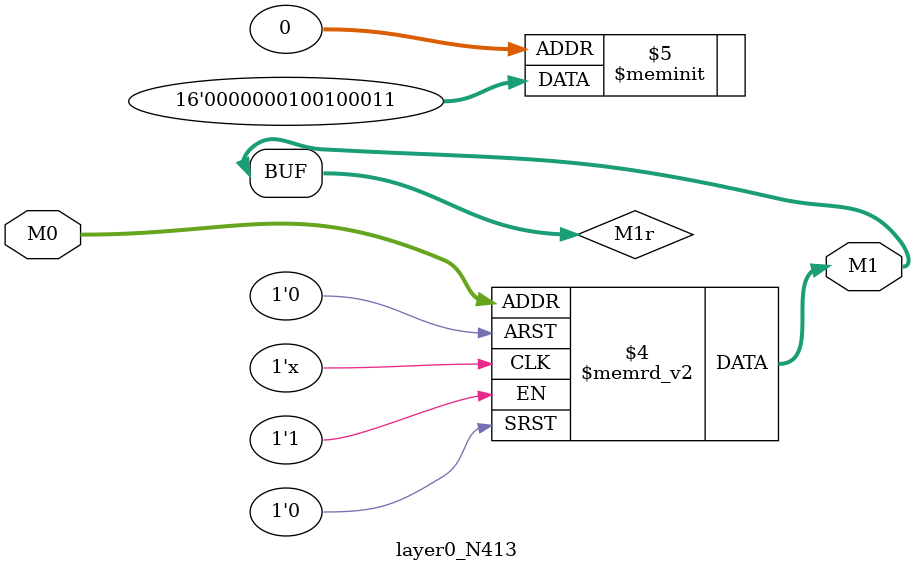
<source format=v>
module layer0_N413 ( input [2:0] M0, output [1:0] M1 );

	(*rom_style = "distributed" *) reg [1:0] M1r;
	assign M1 = M1r;
	always @ (M0) begin
		case (M0)
			3'b000: M1r = 2'b11;
			3'b100: M1r = 2'b01;
			3'b010: M1r = 2'b10;
			3'b110: M1r = 2'b00;
			3'b001: M1r = 2'b00;
			3'b101: M1r = 2'b00;
			3'b011: M1r = 2'b00;
			3'b111: M1r = 2'b00;

		endcase
	end
endmodule

</source>
